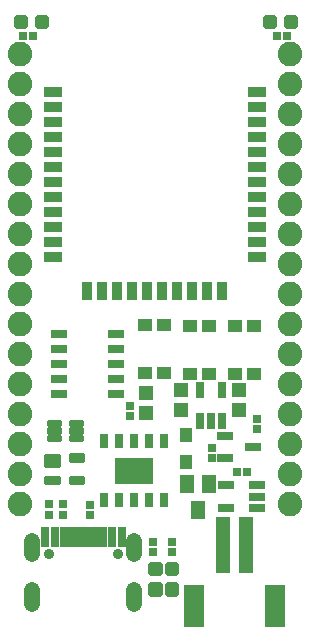
<source format=gbr>
G04 EAGLE Gerber RS-274X export*
G75*
%MOMM*%
%FSLAX34Y34*%
%LPD*%
%INSoldermask Top*%
%IPPOS*%
%AMOC8*
5,1,8,0,0,1.08239X$1,22.5*%
G01*
%ADD10R,0.753200X1.403200*%
%ADD11R,1.203200X4.803200*%
%ADD12R,1.803200X3.603200*%
%ADD13R,1.203200X1.103200*%
%ADD14C,0.505344*%
%ADD15R,0.743200X0.803200*%
%ADD16R,1.203200X1.303200*%
%ADD17R,0.803200X0.743200*%
%ADD18R,0.803200X1.653200*%
%ADD19R,0.503200X1.653200*%
%ADD20C,1.361200*%
%ADD21C,0.903200*%
%ADD22C,0.404144*%
%ADD23R,1.625600X0.914400*%
%ADD24R,0.914400X1.625600*%
%ADD25C,2.082800*%
%ADD26C,0.453416*%
%ADD27C,0.349006*%
%ADD28R,1.003200X1.203200*%
%ADD29R,1.203200X1.603200*%
%ADD30R,1.403200X0.753200*%
%ADD31R,1.473200X0.711200*%
%ADD32R,1.320800X0.685800*%
%ADD33R,0.703200X1.203200*%
%ADD34R,3.203200X2.203200*%


D10*
X162500Y175999D03*
X172000Y175999D03*
X181500Y175999D03*
X181500Y202001D03*
X162500Y202001D03*
D11*
X202000Y71000D03*
X182000Y71000D03*
D12*
X226000Y19000D03*
X158000Y19000D03*
D13*
X192000Y256500D03*
X208000Y256500D03*
X208000Y215500D03*
X192000Y215500D03*
X154000Y256500D03*
X170000Y256500D03*
X170000Y215500D03*
X154000Y215500D03*
D14*
X14720Y510510D02*
X14720Y517490D01*
X14720Y510510D02*
X7740Y510510D01*
X7740Y517490D01*
X14720Y517490D01*
X14720Y515310D02*
X7740Y515310D01*
X32260Y517490D02*
X32260Y510510D01*
X25280Y510510D01*
X25280Y517490D01*
X32260Y517490D01*
X32260Y515310D02*
X25280Y515310D01*
X236280Y517490D02*
X236280Y510510D01*
X236280Y517490D02*
X243260Y517490D01*
X243260Y510510D01*
X236280Y510510D01*
X236280Y515310D02*
X243260Y515310D01*
X218740Y517490D02*
X218740Y510510D01*
X218740Y517490D02*
X225720Y517490D01*
X225720Y510510D01*
X218740Y510510D01*
X218740Y515310D02*
X225720Y515310D01*
D15*
X227680Y502000D03*
X236320Y502000D03*
X21320Y502000D03*
X12680Y502000D03*
D16*
X195500Y185500D03*
X195500Y202500D03*
X146500Y202500D03*
X146500Y185500D03*
D17*
X103000Y180030D03*
X103000Y188670D03*
D16*
X117000Y199850D03*
X117000Y182850D03*
D13*
X132000Y216500D03*
X116000Y216500D03*
X116000Y257500D03*
X132000Y257500D03*
D17*
X211200Y177820D03*
X211200Y169180D03*
D18*
X31500Y77950D03*
X39500Y77950D03*
D19*
X61500Y77950D03*
X56500Y77950D03*
X51500Y77950D03*
X46500Y77950D03*
X66500Y77950D03*
X71500Y77950D03*
X76500Y77950D03*
X81500Y77950D03*
D18*
X88500Y77950D03*
X96500Y77950D03*
D20*
X20800Y74590D02*
X20800Y63010D01*
X107200Y63010D02*
X107200Y74590D01*
X20800Y32790D02*
X20800Y21210D01*
X107200Y21210D02*
X107200Y32790D01*
D21*
X35100Y63500D03*
X92900Y63500D03*
D17*
X47000Y105320D03*
X47000Y96680D03*
D22*
X43646Y173504D02*
X34754Y173504D01*
X34754Y175496D01*
X43646Y175496D01*
X43646Y173504D01*
X43646Y167004D02*
X34754Y167004D01*
X34754Y168996D01*
X43646Y168996D01*
X43646Y167004D01*
X43646Y160504D02*
X34754Y160504D01*
X34754Y162496D01*
X43646Y162496D01*
X43646Y160504D01*
X53154Y162496D02*
X62046Y162496D01*
X62046Y160504D01*
X53154Y160504D01*
X53154Y162496D01*
X53154Y168996D02*
X62046Y168996D01*
X62046Y167004D01*
X53154Y167004D01*
X53154Y168996D01*
X53154Y175496D02*
X62046Y175496D01*
X62046Y173504D01*
X53154Y173504D01*
X53154Y175496D01*
D14*
X121510Y36720D02*
X128490Y36720D01*
X128490Y29740D01*
X121510Y29740D01*
X121510Y36720D01*
X121510Y34540D02*
X128490Y34540D01*
X128490Y54260D02*
X121510Y54260D01*
X128490Y54260D02*
X128490Y47280D01*
X121510Y47280D01*
X121510Y54260D01*
X121510Y52080D02*
X128490Y52080D01*
D17*
X123000Y73320D03*
X123000Y64680D03*
D23*
X210588Y314473D03*
X210588Y327173D03*
X210588Y339873D03*
X210588Y352573D03*
X210588Y365273D03*
X210588Y377973D03*
X210588Y390673D03*
X210588Y403373D03*
X210588Y416073D03*
X210588Y428773D03*
X210588Y441473D03*
X210588Y454173D03*
X37911Y314602D03*
X37911Y327302D03*
X37911Y340002D03*
X37911Y352702D03*
X37911Y365402D03*
X37911Y378102D03*
X37911Y390802D03*
X37911Y403502D03*
X37911Y416202D03*
X37911Y428902D03*
X37911Y441602D03*
X37911Y454302D03*
D24*
X168907Y285780D03*
X156207Y285780D03*
X143507Y285780D03*
X130807Y285780D03*
X118107Y285780D03*
X105407Y285780D03*
X92707Y285780D03*
X80007Y285780D03*
X67307Y285780D03*
X181381Y285763D03*
D25*
X10000Y106000D03*
X10000Y131400D03*
X10000Y156800D03*
X10000Y182200D03*
X10000Y207600D03*
X10000Y233000D03*
X10000Y258400D03*
X10000Y283800D03*
X10000Y309200D03*
X10000Y334600D03*
X10000Y360000D03*
X10000Y385400D03*
X10000Y410800D03*
X10000Y436200D03*
X10000Y461600D03*
X10000Y487000D03*
X239000Y106000D03*
X239000Y131400D03*
X239000Y156800D03*
X239000Y182200D03*
X239000Y207600D03*
X239000Y233000D03*
X239000Y258400D03*
X239000Y283800D03*
X239000Y309200D03*
X239000Y334600D03*
X239000Y360000D03*
X239000Y385400D03*
X239000Y410800D03*
X239000Y436200D03*
X239000Y461600D03*
X239000Y487000D03*
D26*
X42399Y138901D02*
X32501Y138901D01*
X32501Y146299D01*
X42399Y146299D01*
X42399Y138901D01*
X42399Y143208D02*
X32501Y143208D01*
D27*
X31979Y123179D02*
X42921Y123179D01*
X31979Y123179D02*
X31979Y127621D01*
X42921Y127621D01*
X42921Y123179D01*
X42921Y126494D02*
X31979Y126494D01*
X53079Y123179D02*
X64021Y123179D01*
X53079Y123179D02*
X53079Y127621D01*
X64021Y127621D01*
X64021Y123179D01*
X64021Y126494D02*
X53079Y126494D01*
X53079Y142379D02*
X64021Y142379D01*
X53079Y142379D02*
X53079Y146821D01*
X64021Y146821D01*
X64021Y142379D01*
X64021Y145694D02*
X53079Y145694D01*
D28*
X151000Y164500D03*
X151000Y141500D03*
D29*
X161000Y101000D03*
X151500Y123000D03*
X170500Y123000D03*
D17*
X69120Y105000D03*
X69120Y96360D03*
D30*
X211001Y102500D03*
X211001Y112000D03*
X211001Y121500D03*
X184999Y121500D03*
X184999Y102500D03*
D15*
X193680Y133000D03*
X202320Y133000D03*
D17*
X139000Y64680D03*
X139000Y73320D03*
D14*
X135510Y36720D02*
X142490Y36720D01*
X142490Y29740D01*
X135510Y29740D01*
X135510Y36720D01*
X135510Y34540D02*
X142490Y34540D01*
X142490Y54260D02*
X135510Y54260D01*
X142490Y54260D02*
X142490Y47280D01*
X135510Y47280D01*
X135510Y54260D01*
X135510Y52080D02*
X142490Y52080D01*
D31*
X91130Y224000D03*
X91130Y211300D03*
X91130Y198600D03*
X91130Y236700D03*
X91130Y249400D03*
X42870Y249400D03*
X42870Y236700D03*
X42870Y224000D03*
X42870Y211300D03*
X42870Y198600D03*
D32*
X183662Y163500D03*
X183662Y144500D03*
X207538Y154000D03*
D17*
X34900Y105420D03*
X34900Y96780D03*
X172500Y153220D03*
X172500Y144580D03*
D33*
X132240Y158690D03*
X119540Y158690D03*
X106840Y158690D03*
X94140Y158690D03*
X81440Y158690D03*
X81440Y108690D03*
X94140Y108690D03*
X106840Y108690D03*
X119540Y108690D03*
X132240Y108690D03*
D34*
X106740Y133690D03*
M02*

</source>
